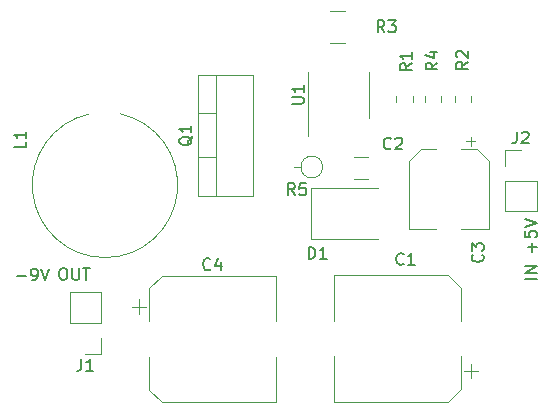
<source format=gbr>
G04 #@! TF.GenerationSoftware,KiCad,Pcbnew,5.1.5+dfsg1-2build2*
G04 #@! TF.CreationDate,2020-12-07T20:52:04+03:00*
G04 #@! TF.ProjectId,PowerNeg,506f7765-724e-4656-972e-6b696361645f,rev?*
G04 #@! TF.SameCoordinates,Original*
G04 #@! TF.FileFunction,Legend,Top*
G04 #@! TF.FilePolarity,Positive*
%FSLAX46Y46*%
G04 Gerber Fmt 4.6, Leading zero omitted, Abs format (unit mm)*
G04 Created by KiCad (PCBNEW 5.1.5+dfsg1-2build2) date 2020-12-07 20:52:04*
%MOMM*%
%LPD*%
G04 APERTURE LIST*
%ADD10C,0.150000*%
%ADD11C,0.120000*%
G04 APERTURE END LIST*
D10*
X213312380Y-99068571D02*
X212312380Y-99068571D01*
X213312380Y-98592380D02*
X212312380Y-98592380D01*
X213312380Y-98020952D01*
X212312380Y-98020952D01*
X212931428Y-96782857D02*
X212931428Y-96020952D01*
X213312380Y-96401904D02*
X212550476Y-96401904D01*
X212312380Y-95068571D02*
X212312380Y-95544761D01*
X212788571Y-95592380D01*
X212740952Y-95544761D01*
X212693333Y-95449523D01*
X212693333Y-95211428D01*
X212740952Y-95116190D01*
X212788571Y-95068571D01*
X212883809Y-95020952D01*
X213121904Y-95020952D01*
X213217142Y-95068571D01*
X213264761Y-95116190D01*
X213312380Y-95211428D01*
X213312380Y-95449523D01*
X213264761Y-95544761D01*
X213217142Y-95592380D01*
X212312380Y-94735238D02*
X213312380Y-94401904D01*
X212312380Y-94068571D01*
X173150000Y-98172380D02*
X173340476Y-98172380D01*
X173435714Y-98220000D01*
X173530952Y-98315238D01*
X173578571Y-98505714D01*
X173578571Y-98839047D01*
X173530952Y-99029523D01*
X173435714Y-99124761D01*
X173340476Y-99172380D01*
X173150000Y-99172380D01*
X173054761Y-99124761D01*
X172959523Y-99029523D01*
X172911904Y-98839047D01*
X172911904Y-98505714D01*
X172959523Y-98315238D01*
X173054761Y-98220000D01*
X173150000Y-98172380D01*
X174007142Y-98172380D02*
X174007142Y-98981904D01*
X174054761Y-99077142D01*
X174102380Y-99124761D01*
X174197619Y-99172380D01*
X174388095Y-99172380D01*
X174483333Y-99124761D01*
X174530952Y-99077142D01*
X174578571Y-98981904D01*
X174578571Y-98172380D01*
X174911904Y-98172380D02*
X175483333Y-98172380D01*
X175197619Y-99172380D02*
X175197619Y-98172380D01*
X169304285Y-98841428D02*
X170066190Y-98841428D01*
X170590000Y-99222380D02*
X170780476Y-99222380D01*
X170875714Y-99174761D01*
X170923333Y-99127142D01*
X171018571Y-98984285D01*
X171066190Y-98793809D01*
X171066190Y-98412857D01*
X171018571Y-98317619D01*
X170970952Y-98270000D01*
X170875714Y-98222380D01*
X170685238Y-98222380D01*
X170590000Y-98270000D01*
X170542380Y-98317619D01*
X170494761Y-98412857D01*
X170494761Y-98650952D01*
X170542380Y-98746190D01*
X170590000Y-98793809D01*
X170685238Y-98841428D01*
X170875714Y-98841428D01*
X170970952Y-98793809D01*
X171018571Y-98746190D01*
X171066190Y-98650952D01*
X171351904Y-98222380D02*
X171685238Y-99222380D01*
X172018571Y-98222380D01*
D11*
X199062064Y-90620000D02*
X197857936Y-90620000D01*
X199062064Y-88800000D02*
X197857936Y-88800000D01*
X194200000Y-91440000D02*
X194200000Y-95740000D01*
X194200000Y-95740000D02*
X199900000Y-95740000D01*
X194200000Y-91440000D02*
X199900000Y-91440000D01*
X176430000Y-105430000D02*
X175100000Y-105430000D01*
X176430000Y-104100000D02*
X176430000Y-105430000D01*
X176430000Y-102830000D02*
X173770000Y-102830000D01*
X173770000Y-102830000D02*
X173770000Y-100230000D01*
X176430000Y-102830000D02*
X176430000Y-100230000D01*
X176430000Y-100230000D02*
X173770000Y-100230000D01*
X210650000Y-93380000D02*
X213310000Y-93380000D01*
X210650000Y-90780000D02*
X210650000Y-93380000D01*
X213310000Y-90780000D02*
X213310000Y-93380000D01*
X210650000Y-90780000D02*
X213310000Y-90780000D01*
X210650000Y-89510000D02*
X210650000Y-88180000D01*
X210650000Y-88180000D02*
X211980000Y-88180000D01*
X178090000Y-85128209D02*
G75*
G02X175450000Y-85128210I-1320000J-6011791D01*
G01*
X201390000Y-83603748D02*
X201390000Y-84126252D01*
X202810000Y-83603748D02*
X202810000Y-84126252D01*
X207790000Y-83613748D02*
X207790000Y-84136252D01*
X206370000Y-83613748D02*
X206370000Y-84136252D01*
X197062064Y-79120000D02*
X195857936Y-79120000D01*
X197062064Y-76400000D02*
X195857936Y-76400000D01*
X199100000Y-83510000D02*
X199100000Y-81560000D01*
X199100000Y-83510000D02*
X199100000Y-85460000D01*
X193980000Y-83510000D02*
X193980000Y-81560000D01*
X193980000Y-83510000D02*
X193980000Y-86960000D01*
X205250000Y-83608748D02*
X205250000Y-84131252D01*
X203830000Y-83608748D02*
X203830000Y-84131252D01*
X196180000Y-98780000D02*
X196180000Y-102630000D01*
X196180000Y-109500000D02*
X196180000Y-105650000D01*
X205835563Y-109500000D02*
X196180000Y-109500000D01*
X205835563Y-98780000D02*
X196180000Y-98780000D01*
X206900000Y-99844437D02*
X206900000Y-102630000D01*
X206900000Y-108435563D02*
X206900000Y-105650000D01*
X206900000Y-108435563D02*
X205835563Y-109500000D01*
X206900000Y-99844437D02*
X205835563Y-98780000D01*
X208390000Y-106900000D02*
X207140000Y-106900000D01*
X207765000Y-107525000D02*
X207765000Y-106275000D01*
X179645000Y-100815000D02*
X179645000Y-102065000D01*
X179020000Y-101440000D02*
X180270000Y-101440000D01*
X180510000Y-108495563D02*
X181574437Y-109560000D01*
X180510000Y-99904437D02*
X181574437Y-98840000D01*
X180510000Y-99904437D02*
X180510000Y-102690000D01*
X180510000Y-108495563D02*
X180510000Y-105710000D01*
X181574437Y-109560000D02*
X191230000Y-109560000D01*
X181574437Y-98840000D02*
X191230000Y-98840000D01*
X191230000Y-98840000D02*
X191230000Y-102690000D01*
X191230000Y-109560000D02*
X191230000Y-105710000D01*
X195200000Y-89630000D02*
G75*
G03X195200000Y-89630000I-920000J0D01*
G01*
X193360000Y-89630000D02*
X192740000Y-89630000D01*
X202470000Y-94890000D02*
X204820000Y-94890000D01*
X209290000Y-94890000D02*
X206940000Y-94890000D01*
X209290000Y-89134437D02*
X209290000Y-94890000D01*
X202470000Y-89134437D02*
X202470000Y-94890000D01*
X203534437Y-88070000D02*
X204820000Y-88070000D01*
X208225563Y-88070000D02*
X206940000Y-88070000D01*
X208225563Y-88070000D02*
X209290000Y-89134437D01*
X203534437Y-88070000D02*
X202470000Y-89134437D01*
X207727500Y-87042500D02*
X207727500Y-87830000D01*
X208121250Y-87436250D02*
X207333750Y-87436250D01*
X184620000Y-92060000D02*
X184620000Y-81820000D01*
X189261000Y-92060000D02*
X189261000Y-81820000D01*
X184620000Y-92060000D02*
X189261000Y-92060000D01*
X184620000Y-81820000D02*
X189261000Y-81820000D01*
X186130000Y-92060000D02*
X186130000Y-81820000D01*
X184620000Y-88790000D02*
X186130000Y-88790000D01*
X184620000Y-85089000D02*
X186130000Y-85089000D01*
D10*
X200983333Y-88037142D02*
X200935714Y-88084761D01*
X200792857Y-88132380D01*
X200697619Y-88132380D01*
X200554761Y-88084761D01*
X200459523Y-87989523D01*
X200411904Y-87894285D01*
X200364285Y-87703809D01*
X200364285Y-87560952D01*
X200411904Y-87370476D01*
X200459523Y-87275238D01*
X200554761Y-87180000D01*
X200697619Y-87132380D01*
X200792857Y-87132380D01*
X200935714Y-87180000D01*
X200983333Y-87227619D01*
X201364285Y-87227619D02*
X201411904Y-87180000D01*
X201507142Y-87132380D01*
X201745238Y-87132380D01*
X201840476Y-87180000D01*
X201888095Y-87227619D01*
X201935714Y-87322857D01*
X201935714Y-87418095D01*
X201888095Y-87560952D01*
X201316666Y-88132380D01*
X201935714Y-88132380D01*
X194001904Y-97402380D02*
X194001904Y-96402380D01*
X194240000Y-96402380D01*
X194382857Y-96450000D01*
X194478095Y-96545238D01*
X194525714Y-96640476D01*
X194573333Y-96830952D01*
X194573333Y-96973809D01*
X194525714Y-97164285D01*
X194478095Y-97259523D01*
X194382857Y-97354761D01*
X194240000Y-97402380D01*
X194001904Y-97402380D01*
X195525714Y-97402380D02*
X194954285Y-97402380D01*
X195240000Y-97402380D02*
X195240000Y-96402380D01*
X195144761Y-96545238D01*
X195049523Y-96640476D01*
X194954285Y-96688095D01*
X174766666Y-105882380D02*
X174766666Y-106596666D01*
X174719047Y-106739523D01*
X174623809Y-106834761D01*
X174480952Y-106882380D01*
X174385714Y-106882380D01*
X175766666Y-106882380D02*
X175195238Y-106882380D01*
X175480952Y-106882380D02*
X175480952Y-105882380D01*
X175385714Y-106025238D01*
X175290476Y-106120476D01*
X175195238Y-106168095D01*
X211646666Y-86632380D02*
X211646666Y-87346666D01*
X211599047Y-87489523D01*
X211503809Y-87584761D01*
X211360952Y-87632380D01*
X211265714Y-87632380D01*
X212075238Y-86727619D02*
X212122857Y-86680000D01*
X212218095Y-86632380D01*
X212456190Y-86632380D01*
X212551428Y-86680000D01*
X212599047Y-86727619D01*
X212646666Y-86822857D01*
X212646666Y-86918095D01*
X212599047Y-87060952D01*
X212027619Y-87632380D01*
X212646666Y-87632380D01*
X170067380Y-87496666D02*
X170067380Y-87972857D01*
X169067380Y-87972857D01*
X170067380Y-86639523D02*
X170067380Y-87210952D01*
X170067380Y-86925238D02*
X169067380Y-86925238D01*
X169210238Y-87020476D01*
X169305476Y-87115714D01*
X169353095Y-87210952D01*
X202732380Y-80856666D02*
X202256190Y-81190000D01*
X202732380Y-81428095D02*
X201732380Y-81428095D01*
X201732380Y-81047142D01*
X201780000Y-80951904D01*
X201827619Y-80904285D01*
X201922857Y-80856666D01*
X202065714Y-80856666D01*
X202160952Y-80904285D01*
X202208571Y-80951904D01*
X202256190Y-81047142D01*
X202256190Y-81428095D01*
X202732380Y-79904285D02*
X202732380Y-80475714D01*
X202732380Y-80190000D02*
X201732380Y-80190000D01*
X201875238Y-80285238D01*
X201970476Y-80380476D01*
X202018095Y-80475714D01*
X207512380Y-80716666D02*
X207036190Y-81050000D01*
X207512380Y-81288095D02*
X206512380Y-81288095D01*
X206512380Y-80907142D01*
X206560000Y-80811904D01*
X206607619Y-80764285D01*
X206702857Y-80716666D01*
X206845714Y-80716666D01*
X206940952Y-80764285D01*
X206988571Y-80811904D01*
X207036190Y-80907142D01*
X207036190Y-81288095D01*
X206607619Y-80335714D02*
X206560000Y-80288095D01*
X206512380Y-80192857D01*
X206512380Y-79954761D01*
X206560000Y-79859523D01*
X206607619Y-79811904D01*
X206702857Y-79764285D01*
X206798095Y-79764285D01*
X206940952Y-79811904D01*
X207512380Y-80383333D01*
X207512380Y-79764285D01*
X200433333Y-78212380D02*
X200100000Y-77736190D01*
X199861904Y-78212380D02*
X199861904Y-77212380D01*
X200242857Y-77212380D01*
X200338095Y-77260000D01*
X200385714Y-77307619D01*
X200433333Y-77402857D01*
X200433333Y-77545714D01*
X200385714Y-77640952D01*
X200338095Y-77688571D01*
X200242857Y-77736190D01*
X199861904Y-77736190D01*
X200766666Y-77212380D02*
X201385714Y-77212380D01*
X201052380Y-77593333D01*
X201195238Y-77593333D01*
X201290476Y-77640952D01*
X201338095Y-77688571D01*
X201385714Y-77783809D01*
X201385714Y-78021904D01*
X201338095Y-78117142D01*
X201290476Y-78164761D01*
X201195238Y-78212380D01*
X200909523Y-78212380D01*
X200814285Y-78164761D01*
X200766666Y-78117142D01*
X192592380Y-84271904D02*
X193401904Y-84271904D01*
X193497142Y-84224285D01*
X193544761Y-84176666D01*
X193592380Y-84081428D01*
X193592380Y-83890952D01*
X193544761Y-83795714D01*
X193497142Y-83748095D01*
X193401904Y-83700476D01*
X192592380Y-83700476D01*
X193592380Y-82700476D02*
X193592380Y-83271904D01*
X193592380Y-82986190D02*
X192592380Y-82986190D01*
X192735238Y-83081428D01*
X192830476Y-83176666D01*
X192878095Y-83271904D01*
X204922380Y-80786666D02*
X204446190Y-81120000D01*
X204922380Y-81358095D02*
X203922380Y-81358095D01*
X203922380Y-80977142D01*
X203970000Y-80881904D01*
X204017619Y-80834285D01*
X204112857Y-80786666D01*
X204255714Y-80786666D01*
X204350952Y-80834285D01*
X204398571Y-80881904D01*
X204446190Y-80977142D01*
X204446190Y-81358095D01*
X204255714Y-79929523D02*
X204922380Y-79929523D01*
X203874761Y-80167619D02*
X204589047Y-80405714D01*
X204589047Y-79786666D01*
X202053333Y-97817142D02*
X202005714Y-97864761D01*
X201862857Y-97912380D01*
X201767619Y-97912380D01*
X201624761Y-97864761D01*
X201529523Y-97769523D01*
X201481904Y-97674285D01*
X201434285Y-97483809D01*
X201434285Y-97340952D01*
X201481904Y-97150476D01*
X201529523Y-97055238D01*
X201624761Y-96960000D01*
X201767619Y-96912380D01*
X201862857Y-96912380D01*
X202005714Y-96960000D01*
X202053333Y-97007619D01*
X203005714Y-97912380D02*
X202434285Y-97912380D01*
X202720000Y-97912380D02*
X202720000Y-96912380D01*
X202624761Y-97055238D01*
X202529523Y-97150476D01*
X202434285Y-97198095D01*
X185703333Y-98257142D02*
X185655714Y-98304761D01*
X185512857Y-98352380D01*
X185417619Y-98352380D01*
X185274761Y-98304761D01*
X185179523Y-98209523D01*
X185131904Y-98114285D01*
X185084285Y-97923809D01*
X185084285Y-97780952D01*
X185131904Y-97590476D01*
X185179523Y-97495238D01*
X185274761Y-97400000D01*
X185417619Y-97352380D01*
X185512857Y-97352380D01*
X185655714Y-97400000D01*
X185703333Y-97447619D01*
X186560476Y-97685714D02*
X186560476Y-98352380D01*
X186322380Y-97304761D02*
X186084285Y-98019047D01*
X186703333Y-98019047D01*
X192843333Y-92002380D02*
X192510000Y-91526190D01*
X192271904Y-92002380D02*
X192271904Y-91002380D01*
X192652857Y-91002380D01*
X192748095Y-91050000D01*
X192795714Y-91097619D01*
X192843333Y-91192857D01*
X192843333Y-91335714D01*
X192795714Y-91430952D01*
X192748095Y-91478571D01*
X192652857Y-91526190D01*
X192271904Y-91526190D01*
X193748095Y-91002380D02*
X193271904Y-91002380D01*
X193224285Y-91478571D01*
X193271904Y-91430952D01*
X193367142Y-91383333D01*
X193605238Y-91383333D01*
X193700476Y-91430952D01*
X193748095Y-91478571D01*
X193795714Y-91573809D01*
X193795714Y-91811904D01*
X193748095Y-91907142D01*
X193700476Y-91954761D01*
X193605238Y-92002380D01*
X193367142Y-92002380D01*
X193271904Y-91954761D01*
X193224285Y-91907142D01*
X208727142Y-97036666D02*
X208774761Y-97084285D01*
X208822380Y-97227142D01*
X208822380Y-97322380D01*
X208774761Y-97465238D01*
X208679523Y-97560476D01*
X208584285Y-97608095D01*
X208393809Y-97655714D01*
X208250952Y-97655714D01*
X208060476Y-97608095D01*
X207965238Y-97560476D01*
X207870000Y-97465238D01*
X207822380Y-97322380D01*
X207822380Y-97227142D01*
X207870000Y-97084285D01*
X207917619Y-97036666D01*
X207822380Y-96703333D02*
X207822380Y-96084285D01*
X208203333Y-96417619D01*
X208203333Y-96274761D01*
X208250952Y-96179523D01*
X208298571Y-96131904D01*
X208393809Y-96084285D01*
X208631904Y-96084285D01*
X208727142Y-96131904D01*
X208774761Y-96179523D01*
X208822380Y-96274761D01*
X208822380Y-96560476D01*
X208774761Y-96655714D01*
X208727142Y-96703333D01*
X184167619Y-87035238D02*
X184120000Y-87130476D01*
X184024761Y-87225714D01*
X183881904Y-87368571D01*
X183834285Y-87463809D01*
X183834285Y-87559047D01*
X184072380Y-87511428D02*
X184024761Y-87606666D01*
X183929523Y-87701904D01*
X183739047Y-87749523D01*
X183405714Y-87749523D01*
X183215238Y-87701904D01*
X183120000Y-87606666D01*
X183072380Y-87511428D01*
X183072380Y-87320952D01*
X183120000Y-87225714D01*
X183215238Y-87130476D01*
X183405714Y-87082857D01*
X183739047Y-87082857D01*
X183929523Y-87130476D01*
X184024761Y-87225714D01*
X184072380Y-87320952D01*
X184072380Y-87511428D01*
X184072380Y-86130476D02*
X184072380Y-86701904D01*
X184072380Y-86416190D02*
X183072380Y-86416190D01*
X183215238Y-86511428D01*
X183310476Y-86606666D01*
X183358095Y-86701904D01*
M02*

</source>
